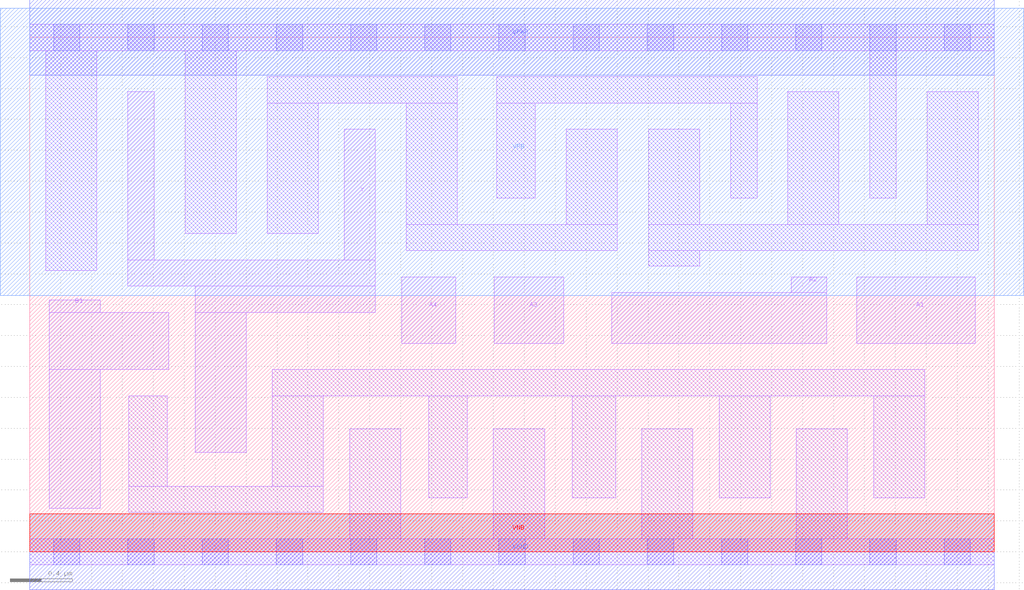
<source format=lef>
# Copyright 2020 The SkyWater PDK Authors
#
# Licensed under the Apache License, Version 2.0 (the "License");
# you may not use this file except in compliance with the License.
# You may obtain a copy of the License at
#
#     https://www.apache.org/licenses/LICENSE-2.0
#
# Unless required by applicable law or agreed to in writing, software
# distributed under the License is distributed on an "AS IS" BASIS,
# WITHOUT WARRANTIES OR CONDITIONS OF ANY KIND, either express or implied.
# See the License for the specific language governing permissions and
# limitations under the License.
#
# SPDX-License-Identifier: Apache-2.0

VERSION 5.7 ;
  NOWIREEXTENSIONATPIN ON ;
  DIVIDERCHAR "/" ;
  BUSBITCHARS "[]" ;
MACRO sky130_fd_sc_hs__o41ai_2
  CLASS CORE ;
  FOREIGN sky130_fd_sc_hs__o41ai_2 ;
  ORIGIN  0.000000  0.000000 ;
  SIZE  6.240000 BY  3.330000 ;
  SYMMETRY X Y ;
  SITE unit ;
  PIN A1
    ANTENNAGATEAREA  0.558000 ;
    DIRECTION INPUT ;
    USE SIGNAL ;
    PORT
      LAYER li1 ;
        RECT 5.350000 1.350000 6.115000 1.780000 ;
    END
  END A1
  PIN A2
    ANTENNAGATEAREA  0.558000 ;
    DIRECTION INPUT ;
    USE SIGNAL ;
    PORT
      LAYER li1 ;
        RECT 3.765000 1.350000 5.155000 1.680000 ;
        RECT 4.925000 1.680000 5.155000 1.780000 ;
    END
  END A2
  PIN A3
    ANTENNAGATEAREA  0.558000 ;
    DIRECTION INPUT ;
    USE SIGNAL ;
    PORT
      LAYER li1 ;
        RECT 3.005000 1.350000 3.455000 1.780000 ;
    END
  END A3
  PIN A4
    ANTENNAGATEAREA  0.558000 ;
    DIRECTION INPUT ;
    USE SIGNAL ;
    PORT
      LAYER li1 ;
        RECT 2.405000 1.350000 2.755000 1.780000 ;
    END
  END A4
  PIN B1
    ANTENNAGATEAREA  0.558000 ;
    DIRECTION INPUT ;
    USE SIGNAL ;
    PORT
      LAYER li1 ;
        RECT 0.125000 0.280000 0.455000 1.180000 ;
        RECT 0.125000 1.180000 0.900000 1.550000 ;
        RECT 0.125000 1.550000 0.455000 1.630000 ;
    END
  END B1
  PIN Y
    ANTENNADIFFAREA  0.879200 ;
    DIRECTION OUTPUT ;
    USE SIGNAL ;
    PORT
      LAYER li1 ;
        RECT 0.635000 1.720000 2.235000 1.890000 ;
        RECT 0.635000 1.890000 0.805000 2.980000 ;
        RECT 1.070000 0.645000 1.400000 1.550000 ;
        RECT 1.070000 1.550000 2.235000 1.720000 ;
        RECT 2.035000 1.890000 2.235000 2.735000 ;
    END
  END Y
  PIN VGND
    DIRECTION INOUT ;
    USE GROUND ;
    PORT
      LAYER met1 ;
        RECT 0.000000 -0.245000 6.240000 0.245000 ;
    END
  END VGND
  PIN VNB
    DIRECTION INOUT ;
    USE GROUND ;
    PORT
      LAYER pwell ;
        RECT 0.000000 0.000000 6.240000 0.245000 ;
    END
  END VNB
  PIN VPB
    DIRECTION INOUT ;
    USE POWER ;
    PORT
      LAYER nwell ;
        RECT -0.190000 1.660000 6.430000 3.520000 ;
    END
  END VPB
  PIN VPWR
    DIRECTION INOUT ;
    USE POWER ;
    PORT
      LAYER met1 ;
        RECT 0.000000 3.085000 6.240000 3.575000 ;
    END
  END VPWR
  OBS
    LAYER li1 ;
      RECT 0.000000 -0.085000 6.240000 0.085000 ;
      RECT 0.000000  3.245000 6.240000 3.415000 ;
      RECT 0.105000  1.820000 0.435000 3.245000 ;
      RECT 0.640000  0.255000 1.900000 0.425000 ;
      RECT 0.640000  0.425000 0.890000 1.010000 ;
      RECT 1.005000  2.060000 1.335000 3.245000 ;
      RECT 1.535000  2.060000 1.865000 2.905000 ;
      RECT 1.535000  2.905000 2.765000 3.075000 ;
      RECT 1.570000  0.425000 1.900000 1.010000 ;
      RECT 1.570000  1.010000 5.790000 1.180000 ;
      RECT 2.070000  0.085000 2.400000 0.795000 ;
      RECT 2.435000  1.950000 3.800000 2.120000 ;
      RECT 2.435000  2.120000 2.765000 2.905000 ;
      RECT 2.580000  0.350000 2.830000 1.010000 ;
      RECT 3.000000  0.085000 3.330000 0.795000 ;
      RECT 3.020000  2.290000 3.270000 2.905000 ;
      RECT 3.020000  2.905000 4.705000 3.075000 ;
      RECT 3.470000  2.120000 3.800000 2.735000 ;
      RECT 3.510000  0.350000 3.790000 1.010000 ;
      RECT 3.960000  0.085000 4.290000 0.795000 ;
      RECT 4.005000  1.850000 4.335000 1.950000 ;
      RECT 4.005000  1.950000 6.135000 2.120000 ;
      RECT 4.005000  2.120000 4.335000 2.735000 ;
      RECT 4.460000  0.350000 4.790000 1.010000 ;
      RECT 4.535000  2.290000 4.705000 2.905000 ;
      RECT 4.905000  2.120000 5.235000 2.980000 ;
      RECT 4.960000  0.085000 5.290000 0.795000 ;
      RECT 5.435000  2.290000 5.605000 3.245000 ;
      RECT 5.460000  0.350000 5.790000 1.010000 ;
      RECT 5.805000  2.120000 6.135000 2.980000 ;
    LAYER mcon ;
      RECT 0.155000 -0.085000 0.325000 0.085000 ;
      RECT 0.155000  3.245000 0.325000 3.415000 ;
      RECT 0.635000 -0.085000 0.805000 0.085000 ;
      RECT 0.635000  3.245000 0.805000 3.415000 ;
      RECT 1.115000 -0.085000 1.285000 0.085000 ;
      RECT 1.115000  3.245000 1.285000 3.415000 ;
      RECT 1.595000 -0.085000 1.765000 0.085000 ;
      RECT 1.595000  3.245000 1.765000 3.415000 ;
      RECT 2.075000 -0.085000 2.245000 0.085000 ;
      RECT 2.075000  3.245000 2.245000 3.415000 ;
      RECT 2.555000 -0.085000 2.725000 0.085000 ;
      RECT 2.555000  3.245000 2.725000 3.415000 ;
      RECT 3.035000 -0.085000 3.205000 0.085000 ;
      RECT 3.035000  3.245000 3.205000 3.415000 ;
      RECT 3.515000 -0.085000 3.685000 0.085000 ;
      RECT 3.515000  3.245000 3.685000 3.415000 ;
      RECT 3.995000 -0.085000 4.165000 0.085000 ;
      RECT 3.995000  3.245000 4.165000 3.415000 ;
      RECT 4.475000 -0.085000 4.645000 0.085000 ;
      RECT 4.475000  3.245000 4.645000 3.415000 ;
      RECT 4.955000 -0.085000 5.125000 0.085000 ;
      RECT 4.955000  3.245000 5.125000 3.415000 ;
      RECT 5.435000 -0.085000 5.605000 0.085000 ;
      RECT 5.435000  3.245000 5.605000 3.415000 ;
      RECT 5.915000 -0.085000 6.085000 0.085000 ;
      RECT 5.915000  3.245000 6.085000 3.415000 ;
  END
END sky130_fd_sc_hs__o41ai_2
END LIBRARY

</source>
